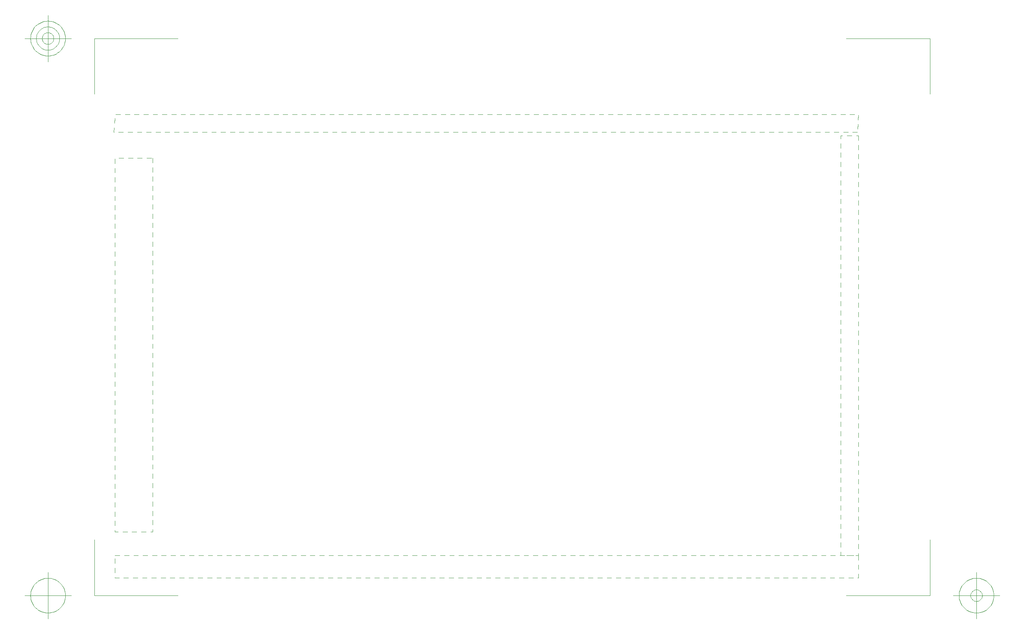
<source format=gbr>
G04 Generated by Ultiboard 10.0 *
%FSLAX25Y25*%
%MOIN*%

%ADD10C,0.00394*%


G04 ColorRGB CC99CC for the following layer *
%LNBelegbare/freizuhaltende Lage*%
%LPD*%
%FSLAX25Y25*%
%MOIN*%
G54D10*
X0Y19000D02*
X3937Y19000D01*
X7874Y19000D02*
X11811Y19000D01*
X15748Y19000D02*
X19685Y19000D01*
X23622Y19000D02*
X27559Y19000D01*
X31496Y19000D02*
X35433Y19000D01*
X39370Y19000D02*
X43307Y19000D01*
X47244Y19000D02*
X51181Y19000D01*
X55118Y19000D02*
X59055Y19000D01*
X62992Y19000D02*
X66929Y19000D01*
X70866Y19000D02*
X74803Y19000D01*
X78740Y19000D02*
X82677Y19000D01*
X86614Y19000D02*
X90551Y19000D01*
X94488Y19000D02*
X98425Y19000D01*
X102362Y19000D02*
X106299Y19000D01*
X110236Y19000D02*
X114173Y19000D01*
X118110Y19000D02*
X122047Y19000D01*
X125984Y19000D02*
X129921Y19000D01*
X133858Y19000D02*
X137795Y19000D01*
X141732Y19000D02*
X145669Y19000D01*
X149606Y19000D02*
X153543Y19000D01*
X157480Y19000D02*
X161417Y19000D01*
X165354Y19000D02*
X169291Y19000D01*
X173228Y19000D02*
X177165Y19000D01*
X181102Y19000D02*
X185039Y19000D01*
X188976Y19000D02*
X192913Y19000D01*
X196850Y19000D02*
X200787Y19000D01*
X204724Y19000D02*
X208661Y19000D01*
X212598Y19000D02*
X216535Y19000D01*
X220472Y19000D02*
X224409Y19000D01*
X228346Y19000D02*
X232283Y19000D01*
X236220Y19000D02*
X240157Y19000D01*
X244094Y19000D02*
X248031Y19000D01*
X251969Y19000D02*
X255906Y19000D01*
X259843Y19000D02*
X263780Y19000D01*
X267717Y19000D02*
X271654Y19000D01*
X275591Y19000D02*
X279528Y19000D01*
X283465Y19000D02*
X287402Y19000D01*
X291339Y19000D02*
X295276Y19000D01*
X299213Y19000D02*
X303150Y19000D01*
X307087Y19000D02*
X311024Y19000D01*
X314961Y19000D02*
X318898Y19000D01*
X322835Y19000D02*
X326772Y19000D01*
X330709Y19000D02*
X334646Y19000D01*
X338583Y19000D02*
X342520Y19000D01*
X346457Y19000D02*
X350394Y19000D01*
X354331Y19000D02*
X358268Y19000D01*
X362205Y19000D02*
X366142Y19000D01*
X370079Y19000D02*
X374016Y19000D01*
X377953Y19000D02*
X381890Y19000D01*
X385827Y19000D02*
X389764Y19000D01*
X393701Y19000D02*
X397638Y19000D01*
X401575Y19000D02*
X405512Y19000D01*
X409449Y19000D02*
X413386Y19000D01*
X417323Y19000D02*
X421260Y19000D01*
X425197Y19000D02*
X429134Y19000D01*
X433071Y19000D02*
X437008Y19000D01*
X440945Y19000D02*
X444882Y19000D01*
X448819Y19000D02*
X452756Y19000D01*
X456693Y19000D02*
X460630Y19000D01*
X464567Y19000D02*
X468504Y19000D01*
X472441Y19000D02*
X476378Y19000D01*
X480315Y19000D02*
X484252Y19000D01*
X488189Y19000D02*
X492126Y19000D01*
X496063Y19000D02*
X500000Y19000D01*
X503937Y19000D02*
X507874Y19000D01*
X511811Y19000D02*
X515748Y19000D01*
X519685Y19000D02*
X523622Y19000D01*
X527559Y19000D02*
X531496Y19000D01*
X535433Y19000D02*
X539370Y19000D01*
X543307Y19000D02*
X547244Y19000D01*
X551181Y19000D02*
X555118Y19000D01*
X559055Y19000D02*
X562992Y19000D01*
X566929Y19000D02*
X570866Y19000D01*
X574803Y19000D02*
X578740Y19000D01*
X582677Y19000D02*
X586614Y19000D01*
X590551Y19000D02*
X594488Y19000D01*
X598425Y19000D02*
X602362Y19000D01*
X606299Y19000D02*
X610236Y19000D01*
X614173Y19000D02*
X618110Y19000D01*
X622047Y19000D02*
X625984Y19000D01*
X629921Y19000D02*
X630000Y19000D01*
X630000Y19000D02*
X630000Y15142D01*
X630000Y11205D02*
X630000Y7268D01*
X630000Y3331D02*
X630000Y0D01*
X630000Y0D02*
X629394Y0D01*
X625457Y0D02*
X621520Y0D01*
X617583Y0D02*
X613646Y0D01*
X609709Y0D02*
X605772Y0D01*
X601835Y0D02*
X597898Y0D01*
X593961Y0D02*
X590024Y0D01*
X586087Y0D02*
X582150Y0D01*
X578213Y0D02*
X574276Y0D01*
X570339Y0D02*
X566402Y0D01*
X562465Y0D02*
X558528Y0D01*
X554591Y0D02*
X550654Y0D01*
X546717Y0D02*
X542780Y0D01*
X538843Y0D02*
X534906Y0D01*
X530969Y0D02*
X527031Y0D01*
X523094Y0D02*
X519157Y0D01*
X515220Y0D02*
X511283Y0D01*
X507346Y0D02*
X503409Y0D01*
X499472Y0D02*
X495535Y0D01*
X491598Y0D02*
X487661Y0D01*
X483724Y0D02*
X479787Y0D01*
X475850Y0D02*
X471913Y0D01*
X467976Y0D02*
X464039Y0D01*
X460102Y0D02*
X456165Y0D01*
X452228Y0D02*
X448291Y0D01*
X444354Y0D02*
X440417Y0D01*
X436480Y0D02*
X432543Y0D01*
X428606Y0D02*
X424669Y0D01*
X420732Y0D02*
X416795Y0D01*
X412858Y0D02*
X408921Y0D01*
X404984Y0D02*
X401047Y0D01*
X397110Y0D02*
X393173Y0D01*
X389236Y0D02*
X385299Y0D01*
X381362Y0D02*
X377425Y0D01*
X373488Y0D02*
X369551Y0D01*
X365614Y0D02*
X361677Y0D01*
X357740Y0D02*
X353803Y0D01*
X349866Y0D02*
X345929Y0D01*
X341992Y0D02*
X338055Y0D01*
X334118Y0D02*
X330181Y0D01*
X326244Y0D02*
X322307Y0D01*
X318370Y0D02*
X314433Y0D01*
X310496Y0D02*
X306559Y0D01*
X302622Y0D02*
X298685Y0D01*
X294748Y0D02*
X290811Y0D01*
X286874Y0D02*
X282937Y0D01*
X279000Y0D02*
X275063Y0D01*
X271126Y0D02*
X267189Y0D01*
X263252Y0D02*
X259315Y0D01*
X255378Y0D02*
X251441Y0D01*
X247504Y0D02*
X243567Y0D01*
X239630Y0D02*
X235693Y0D01*
X231756Y0D02*
X227819Y0D01*
X223882Y0D02*
X219945Y0D01*
X216008Y0D02*
X212071Y0D01*
X208134Y0D02*
X204197Y0D01*
X200260Y0D02*
X196323Y0D01*
X192386Y0D02*
X188449Y0D01*
X184512Y0D02*
X180575Y0D01*
X176638Y0D02*
X172701Y0D01*
X168764Y0D02*
X164827Y0D01*
X160890Y0D02*
X156953Y0D01*
X153016Y0D02*
X149079Y0D01*
X145142Y0D02*
X141205Y0D01*
X137268Y0D02*
X133331Y0D01*
X129394Y0D02*
X125457Y0D01*
X121520Y0D02*
X117583Y0D01*
X113646Y0D02*
X109709Y0D01*
X105772Y0D02*
X101835Y0D01*
X97898Y0D02*
X93961Y0D01*
X90024Y0D02*
X86087Y0D01*
X82150Y0D02*
X78213Y0D01*
X74276Y0D02*
X70339Y0D01*
X66402Y0D02*
X62465Y0D01*
X58528Y0D02*
X54591Y0D01*
X50654Y0D02*
X46717Y0D01*
X42780Y0D02*
X38843Y0D01*
X34906Y0D02*
X30969Y0D01*
X27031Y0D02*
X23094Y0D01*
X19157Y0D02*
X15220Y0D01*
X11283Y0D02*
X7346Y0D01*
X3409Y0D02*
X1000Y0D01*
X1000Y0D02*
X0Y0D01*
X0Y0D02*
X0Y528D01*
X0Y4465D02*
X0Y8402D01*
X0Y12339D02*
X0Y16276D01*
X629000Y378000D02*
X625063Y378000D01*
X621126Y378000D02*
X617189Y378000D01*
X613252Y378000D02*
X609315Y378000D01*
X605378Y378000D02*
X601441Y378000D01*
X597504Y378000D02*
X593567Y378000D01*
X589630Y378000D02*
X585693Y378000D01*
X581756Y378000D02*
X577819Y378000D01*
X573882Y378000D02*
X569945Y378000D01*
X566008Y378000D02*
X562071Y378000D01*
X558134Y378000D02*
X554197Y378000D01*
X550260Y378000D02*
X546323Y378000D01*
X542386Y378000D02*
X538449Y378000D01*
X534512Y378000D02*
X530575Y378000D01*
X526638Y378000D02*
X522701Y378000D01*
X518764Y378000D02*
X514827Y378000D01*
X510890Y378000D02*
X506953Y378000D01*
X503016Y378000D02*
X499079Y378000D01*
X495142Y378000D02*
X491205Y378000D01*
X487268Y378000D02*
X483331Y378000D01*
X479394Y378000D02*
X475457Y378000D01*
X471520Y378000D02*
X467583Y378000D01*
X463646Y378000D02*
X459709Y378000D01*
X455772Y378000D02*
X451835Y378000D01*
X447898Y378000D02*
X443961Y378000D01*
X440024Y378000D02*
X436087Y378000D01*
X432150Y378000D02*
X428213Y378000D01*
X424276Y378000D02*
X420339Y378000D01*
X416402Y378000D02*
X412465Y378000D01*
X408528Y378000D02*
X404591Y378000D01*
X400654Y378000D02*
X396717Y378000D01*
X392780Y378000D02*
X388843Y378000D01*
X384906Y378000D02*
X380969Y378000D01*
X377031Y378000D02*
X373094Y378000D01*
X369157Y378000D02*
X365220Y378000D01*
X361283Y378000D02*
X357346Y378000D01*
X353409Y378000D02*
X349472Y378000D01*
X345535Y378000D02*
X341598Y378000D01*
X337661Y378000D02*
X333724Y378000D01*
X329787Y378000D02*
X325850Y378000D01*
X321913Y378000D02*
X317976Y378000D01*
X314039Y378000D02*
X310102Y378000D01*
X306165Y378000D02*
X302228Y378000D01*
X298291Y378000D02*
X294354Y378000D01*
X290417Y378000D02*
X286480Y378000D01*
X282543Y378000D02*
X278606Y378000D01*
X274669Y378000D02*
X270732Y378000D01*
X266795Y378000D02*
X262858Y378000D01*
X258921Y378000D02*
X254984Y378000D01*
X251047Y378000D02*
X247110Y378000D01*
X243173Y378000D02*
X239236Y378000D01*
X235299Y378000D02*
X231362Y378000D01*
X227425Y378000D02*
X223488Y378000D01*
X219551Y378000D02*
X215614Y378000D01*
X211677Y378000D02*
X207740Y378000D01*
X203803Y378000D02*
X199866Y378000D01*
X195929Y378000D02*
X191992Y378000D01*
X188055Y378000D02*
X184118Y378000D01*
X180181Y378000D02*
X176244Y378000D01*
X172307Y378000D02*
X168370Y378000D01*
X164433Y378000D02*
X160496Y378000D01*
X156559Y378000D02*
X152622Y378000D01*
X148685Y378000D02*
X144748Y378000D01*
X140811Y378000D02*
X136874Y378000D01*
X132937Y378000D02*
X129000Y378000D01*
X125063Y378000D02*
X121126Y378000D01*
X117189Y378000D02*
X113252Y378000D01*
X109315Y378000D02*
X105378Y378000D01*
X101441Y378000D02*
X97504Y378000D01*
X93567Y378000D02*
X89630Y378000D01*
X85693Y378000D02*
X81756Y378000D01*
X77819Y378000D02*
X73882Y378000D01*
X69945Y378000D02*
X66008Y378000D01*
X62071Y378000D02*
X58134Y378000D01*
X54197Y378000D02*
X50260Y378000D01*
X46323Y378000D02*
X42386Y378000D01*
X38449Y378000D02*
X34512Y378000D01*
X30575Y378000D02*
X26638Y378000D01*
X22701Y378000D02*
X18764Y378000D01*
X14827Y378000D02*
X10890Y378000D01*
X6953Y378000D02*
X3016Y378000D01*
X-921Y378000D02*
X-1000Y378000D01*
X-1000Y378000D02*
X-743Y381850D01*
X-481Y385778D02*
X-220Y389706D01*
X636Y393000D02*
X4573Y393000D01*
X8510Y393000D02*
X12447Y393000D01*
X16384Y393000D02*
X20321Y393000D01*
X24258Y393000D02*
X28195Y393000D01*
X32132Y393000D02*
X36069Y393000D01*
X40006Y393000D02*
X43943Y393000D01*
X47880Y393000D02*
X51817Y393000D01*
X55754Y393000D02*
X59691Y393000D01*
X63628Y393000D02*
X67565Y393000D01*
X71502Y393000D02*
X75439Y393000D01*
X79376Y393000D02*
X83313Y393000D01*
X87250Y393000D02*
X91187Y393000D01*
X95124Y393000D02*
X99061Y393000D01*
X102998Y393000D02*
X106935Y393000D01*
X110872Y393000D02*
X114809Y393000D01*
X118746Y393000D02*
X122683Y393000D01*
X126620Y393000D02*
X130557Y393000D01*
X134494Y393000D02*
X138431Y393000D01*
X142368Y393000D02*
X146305Y393000D01*
X150242Y393000D02*
X154179Y393000D01*
X158116Y393000D02*
X162053Y393000D01*
X165990Y393000D02*
X169927Y393000D01*
X173864Y393000D02*
X177801Y393000D01*
X181738Y393000D02*
X185675Y393000D01*
X189612Y393000D02*
X193549Y393000D01*
X197486Y393000D02*
X201423Y393000D01*
X205360Y393000D02*
X209297Y393000D01*
X213234Y393000D02*
X217171Y393000D01*
X221108Y393000D02*
X225045Y393000D01*
X228982Y393000D02*
X232919Y393000D01*
X236856Y393000D02*
X240793Y393000D01*
X244730Y393000D02*
X248667Y393000D01*
X252604Y393000D02*
X256542Y393000D01*
X260479Y393000D02*
X264416Y393000D01*
X268353Y393000D02*
X272290Y393000D01*
X276227Y393000D02*
X280164Y393000D01*
X284101Y393000D02*
X288038Y393000D01*
X291975Y393000D02*
X295912Y393000D01*
X299849Y393000D02*
X303786Y393000D01*
X307723Y393000D02*
X311660Y393000D01*
X315597Y393000D02*
X319534Y393000D01*
X323471Y393000D02*
X327408Y393000D01*
X331345Y393000D02*
X335282Y393000D01*
X339219Y393000D02*
X343156Y393000D01*
X347093Y393000D02*
X351030Y393000D01*
X354967Y393000D02*
X358904Y393000D01*
X362841Y393000D02*
X366778Y393000D01*
X370715Y393000D02*
X374652Y393000D01*
X378589Y393000D02*
X382526Y393000D01*
X386463Y393000D02*
X390400Y393000D01*
X394337Y393000D02*
X398274Y393000D01*
X402211Y393000D02*
X406148Y393000D01*
X410085Y393000D02*
X414022Y393000D01*
X417959Y393000D02*
X421896Y393000D01*
X425833Y393000D02*
X429770Y393000D01*
X433707Y393000D02*
X437644Y393000D01*
X441581Y393000D02*
X445518Y393000D01*
X449455Y393000D02*
X453392Y393000D01*
X457329Y393000D02*
X461266Y393000D01*
X465203Y393000D02*
X469140Y393000D01*
X473077Y393000D02*
X477014Y393000D01*
X480951Y393000D02*
X484888Y393000D01*
X488825Y393000D02*
X492762Y393000D01*
X496699Y393000D02*
X500636Y393000D01*
X504573Y393000D02*
X508510Y393000D01*
X512447Y393000D02*
X516384Y393000D01*
X520321Y393000D02*
X524258Y393000D01*
X528195Y393000D02*
X532132Y393000D01*
X536069Y393000D02*
X540006Y393000D01*
X543943Y393000D02*
X547880Y393000D01*
X551817Y393000D02*
X555754Y393000D01*
X559691Y393000D02*
X563628Y393000D01*
X567565Y393000D02*
X571502Y393000D01*
X575439Y393000D02*
X579376Y393000D01*
X583313Y393000D02*
X587250Y393000D01*
X591187Y393000D02*
X595124Y393000D01*
X599061Y393000D02*
X602998Y393000D01*
X606935Y393000D02*
X610872Y393000D01*
X614809Y393000D02*
X618746Y393000D01*
X622683Y393000D02*
X626620Y393000D01*
X629963Y392444D02*
X629701Y388516D01*
X629439Y384587D02*
X629177Y380659D01*
X32000Y356000D02*
X32000Y352063D01*
X32000Y348126D02*
X32000Y344189D01*
X32000Y340252D02*
X32000Y336315D01*
X32000Y332378D02*
X32000Y328441D01*
X32000Y324504D02*
X32000Y320567D01*
X32000Y316630D02*
X32000Y312693D01*
X32000Y308756D02*
X32000Y304819D01*
X32000Y300882D02*
X32000Y296945D01*
X32000Y293008D02*
X32000Y289071D01*
X32000Y285134D02*
X32000Y281197D01*
X32000Y277260D02*
X32000Y273323D01*
X32000Y269386D02*
X32000Y265449D01*
X32000Y261512D02*
X32000Y257575D01*
X32000Y253638D02*
X32000Y249701D01*
X32000Y245764D02*
X32000Y241827D01*
X32000Y237890D02*
X32000Y233953D01*
X32000Y230016D02*
X32000Y226079D01*
X32000Y222142D02*
X32000Y218205D01*
X32000Y214268D02*
X32000Y210331D01*
X32000Y206394D02*
X32000Y202457D01*
X32000Y198520D02*
X32000Y194583D01*
X32000Y190646D02*
X32000Y186709D01*
X32000Y182772D02*
X32000Y178835D01*
X32000Y174898D02*
X32000Y170961D01*
X32000Y167024D02*
X32000Y163087D01*
X32000Y159150D02*
X32000Y155213D01*
X32000Y151276D02*
X32000Y147339D01*
X32000Y143402D02*
X32000Y139465D01*
X32000Y135528D02*
X32000Y131591D01*
X32000Y127654D02*
X32000Y123717D01*
X32000Y119780D02*
X32000Y115843D01*
X32000Y111906D02*
X32000Y107969D01*
X32000Y104031D02*
X32000Y100094D01*
X32000Y96157D02*
X32000Y92220D01*
X32000Y88283D02*
X32000Y84346D01*
X32000Y80409D02*
X32000Y76472D01*
X32000Y72535D02*
X32000Y68598D01*
X32000Y64661D02*
X32000Y60724D01*
X32000Y56787D02*
X32000Y52850D01*
X32000Y48913D02*
X32000Y44976D01*
X32000Y41039D02*
X32000Y39000D01*
X32000Y39000D02*
X30102Y39000D01*
X26165Y39000D02*
X22228Y39000D01*
X18291Y39000D02*
X14354Y39000D01*
X10417Y39000D02*
X6480Y39000D01*
X2543Y39000D02*
X0Y39000D01*
X0Y39000D02*
X0Y40394D01*
X0Y44331D02*
X0Y48268D01*
X0Y52205D02*
X0Y56142D01*
X0Y60079D02*
X0Y64016D01*
X0Y67953D02*
X0Y71890D01*
X0Y75827D02*
X0Y79764D01*
X0Y83701D02*
X0Y87638D01*
X0Y91575D02*
X0Y95512D01*
X0Y99449D02*
X0Y103386D01*
X0Y107323D02*
X0Y111260D01*
X0Y115197D02*
X0Y119134D01*
X0Y123071D02*
X0Y127008D01*
X0Y130945D02*
X0Y134882D01*
X0Y138819D02*
X0Y142756D01*
X0Y146693D02*
X0Y150630D01*
X0Y154567D02*
X0Y158504D01*
X0Y162441D02*
X0Y166378D01*
X0Y170315D02*
X0Y174252D01*
X0Y178189D02*
X0Y182126D01*
X0Y186063D02*
X0Y190000D01*
X0Y193937D02*
X0Y197874D01*
X0Y201811D02*
X0Y205748D01*
X0Y209685D02*
X0Y213622D01*
X0Y217559D02*
X0Y221496D01*
X0Y225433D02*
X0Y229370D01*
X0Y233307D02*
X0Y237244D01*
X0Y241181D02*
X0Y245118D01*
X0Y249055D02*
X0Y252992D01*
X0Y256929D02*
X0Y260866D01*
X0Y264803D02*
X0Y268740D01*
X0Y272677D02*
X0Y276614D01*
X0Y280551D02*
X0Y284488D01*
X0Y288425D02*
X0Y292362D01*
X0Y296299D02*
X0Y300236D01*
X0Y304173D02*
X0Y308110D01*
X0Y312047D02*
X0Y315984D01*
X0Y319921D02*
X0Y323858D01*
X0Y327795D02*
X0Y331732D01*
X0Y335669D02*
X0Y339606D01*
X0Y343543D02*
X0Y347480D01*
X0Y351417D02*
X0Y355354D01*
X3291Y356000D02*
X7228Y356000D01*
X11165Y356000D02*
X15102Y356000D01*
X19039Y356000D02*
X22976Y356000D01*
X26913Y356000D02*
X30850Y356000D01*
X630000Y375000D02*
X630000Y371063D01*
X630000Y367126D02*
X630000Y363189D01*
X630000Y359252D02*
X630000Y355315D01*
X630000Y351378D02*
X630000Y347441D01*
X630000Y343504D02*
X630000Y339567D01*
X630000Y335630D02*
X630000Y331693D01*
X630000Y327756D02*
X630000Y323819D01*
X630000Y319882D02*
X630000Y315945D01*
X630000Y312008D02*
X630000Y308071D01*
X630000Y304134D02*
X630000Y300197D01*
X630000Y296260D02*
X630000Y292323D01*
X630000Y288386D02*
X630000Y284449D01*
X630000Y280512D02*
X630000Y276575D01*
X630000Y272638D02*
X630000Y268701D01*
X630000Y264764D02*
X630000Y260827D01*
X630000Y256890D02*
X630000Y252953D01*
X630000Y249016D02*
X630000Y245079D01*
X630000Y241142D02*
X630000Y237205D01*
X630000Y233268D02*
X630000Y229331D01*
X630000Y225394D02*
X630000Y221457D01*
X630000Y217520D02*
X630000Y213583D01*
X630000Y209646D02*
X630000Y205709D01*
X630000Y201772D02*
X630000Y197835D01*
X630000Y193898D02*
X630000Y189961D01*
X630000Y186024D02*
X630000Y182087D01*
X630000Y178150D02*
X630000Y174213D01*
X630000Y170276D02*
X630000Y166339D01*
X630000Y162402D02*
X630000Y158465D01*
X630000Y154528D02*
X630000Y150591D01*
X630000Y146654D02*
X630000Y142717D01*
X630000Y138780D02*
X630000Y134843D01*
X630000Y130906D02*
X630000Y126969D01*
X630000Y123031D02*
X630000Y119094D01*
X630000Y115157D02*
X630000Y111220D01*
X630000Y107283D02*
X630000Y103346D01*
X630000Y99409D02*
X630000Y95472D01*
X630000Y91535D02*
X630000Y87598D01*
X630000Y83661D02*
X630000Y79724D01*
X630000Y75787D02*
X630000Y71850D01*
X630000Y67913D02*
X630000Y63976D01*
X630000Y60039D02*
X630000Y56102D01*
X630000Y52165D02*
X630000Y48228D01*
X630000Y44291D02*
X630000Y40354D01*
X630000Y36417D02*
X630000Y32480D01*
X630000Y28543D02*
X630000Y24606D01*
X630000Y20669D02*
X630000Y19000D01*
X630000Y19000D02*
X627732Y19000D01*
X623795Y19000D02*
X619858Y19000D01*
X615921Y19000D02*
X615000Y19000D01*
X615000Y19000D02*
X615000Y22016D01*
X615000Y25953D02*
X615000Y29890D01*
X615000Y33827D02*
X615000Y37764D01*
X615000Y41701D02*
X615000Y45638D01*
X615000Y49575D02*
X615000Y53512D01*
X615000Y57449D02*
X615000Y61386D01*
X615000Y65323D02*
X615000Y69260D01*
X615000Y73197D02*
X615000Y77134D01*
X615000Y81071D02*
X615000Y85008D01*
X615000Y88945D02*
X615000Y92882D01*
X615000Y96819D02*
X615000Y100756D01*
X615000Y104693D02*
X615000Y108630D01*
X615000Y112567D02*
X615000Y116504D01*
X615000Y120441D02*
X615000Y124378D01*
X615000Y128315D02*
X615000Y132252D01*
X615000Y136189D02*
X615000Y140126D01*
X615000Y144063D02*
X615000Y148000D01*
X615000Y151937D02*
X615000Y155874D01*
X615000Y159811D02*
X615000Y163748D01*
X615000Y167685D02*
X615000Y171622D01*
X615000Y175559D02*
X615000Y179496D01*
X615000Y183433D02*
X615000Y187370D01*
X615000Y191307D02*
X615000Y195244D01*
X615000Y199181D02*
X615000Y203118D01*
X615000Y207055D02*
X615000Y210992D01*
X615000Y214929D02*
X615000Y218866D01*
X615000Y222803D02*
X615000Y226740D01*
X615000Y230677D02*
X615000Y234614D01*
X615000Y238551D02*
X615000Y242488D01*
X615000Y246425D02*
X615000Y250362D01*
X615000Y254299D02*
X615000Y258236D01*
X615000Y262173D02*
X615000Y266110D01*
X615000Y270047D02*
X615000Y273984D01*
X615000Y277921D02*
X615000Y281858D01*
X615000Y285795D02*
X615000Y289732D01*
X615000Y293669D02*
X615000Y297606D01*
X615000Y301543D02*
X615000Y305480D01*
X615000Y309417D02*
X615000Y313354D01*
X615000Y317291D02*
X615000Y321228D01*
X615000Y325165D02*
X615000Y329102D01*
X615000Y333039D02*
X615000Y336976D01*
X615000Y340913D02*
X615000Y344850D01*
X615000Y348787D02*
X615000Y352724D01*
X615000Y356661D02*
X615000Y360598D01*
X615000Y364535D02*
X615000Y368472D01*
X615000Y372409D02*
X615000Y375000D01*
X615000Y375000D02*
X616346Y375000D01*
X620283Y375000D02*
X624220Y375000D01*
X628157Y375000D02*
X630000Y375000D01*
X-17512Y-14937D02*
X-17512Y32308D01*
X-17512Y-14937D02*
X53291Y-14937D01*
X690512Y-14937D02*
X619709Y-14937D01*
X690512Y-14937D02*
X690512Y32308D01*
X690512Y457512D02*
X690512Y410267D01*
X690512Y457512D02*
X619709Y457512D01*
X-17512Y457512D02*
X53291Y457512D01*
X-17512Y457512D02*
X-17512Y410267D01*
X-37197Y-14937D02*
X-76567Y-14937D01*
X-56882Y-34622D02*
X-56882Y4748D01*
X-42118Y-14937D02*
X-42189Y-13490D01*
X-42189Y-13490D02*
X-42402Y-12057D01*
X-42402Y-12057D02*
X-42754Y-10651D01*
X-42754Y-10651D02*
X-43242Y-9287D01*
X-43242Y-9287D02*
X-43861Y-7977D01*
X-43861Y-7977D02*
X-44606Y-6735D01*
X-44606Y-6735D02*
X-45469Y-5571D01*
X-45469Y-5571D02*
X-46442Y-4497D01*
X-46442Y-4497D02*
X-47516Y-3524D01*
X-47516Y-3524D02*
X-48680Y-2661D01*
X-48680Y-2661D02*
X-49922Y-1917D01*
X-49922Y-1917D02*
X-51232Y-1297D01*
X-51232Y-1297D02*
X-52596Y-809D01*
X-52596Y-809D02*
X-54002Y-457D01*
X-54002Y-457D02*
X-55435Y-244D01*
X-55435Y-244D02*
X-56882Y-173D01*
X-56882Y-173D02*
X-58329Y-244D01*
X-58329Y-244D02*
X-59762Y-457D01*
X-59762Y-457D02*
X-61168Y-809D01*
X-61168Y-809D02*
X-62532Y-1297D01*
X-62532Y-1297D02*
X-63841Y-1917D01*
X-63841Y-1917D02*
X-65084Y-2661D01*
X-65084Y-2661D02*
X-66248Y-3524D01*
X-66248Y-3524D02*
X-67321Y-4497D01*
X-67321Y-4497D02*
X-68294Y-5571D01*
X-68294Y-5571D02*
X-69158Y-6735D01*
X-69158Y-6735D02*
X-69902Y-7977D01*
X-69902Y-7977D02*
X-70522Y-9287D01*
X-70522Y-9287D02*
X-71010Y-10651D01*
X-71010Y-10651D02*
X-71362Y-12057D01*
X-71362Y-12057D02*
X-71575Y-13490D01*
X-71575Y-13490D02*
X-71646Y-14937D01*
X-71646Y-14937D02*
X-71575Y-16384D01*
X-71575Y-16384D02*
X-71362Y-17817D01*
X-71362Y-17817D02*
X-71010Y-19223D01*
X-71010Y-19223D02*
X-70522Y-20587D01*
X-70522Y-20587D02*
X-69902Y-21897D01*
X-69902Y-21897D02*
X-69158Y-23139D01*
X-69158Y-23139D02*
X-68294Y-24303D01*
X-68294Y-24303D02*
X-67321Y-25377D01*
X-67321Y-25377D02*
X-66248Y-26350D01*
X-66248Y-26350D02*
X-65084Y-27213D01*
X-65084Y-27213D02*
X-63841Y-27957D01*
X-63841Y-27957D02*
X-62532Y-28577D01*
X-62532Y-28577D02*
X-61168Y-29065D01*
X-61168Y-29065D02*
X-59762Y-29417D01*
X-59762Y-29417D02*
X-58329Y-29630D01*
X-58329Y-29630D02*
X-56882Y-29701D01*
X-56882Y-29701D02*
X-55435Y-29630D01*
X-55435Y-29630D02*
X-54002Y-29417D01*
X-54002Y-29417D02*
X-52596Y-29065D01*
X-52596Y-29065D02*
X-51232Y-28577D01*
X-51232Y-28577D02*
X-49922Y-27957D01*
X-49922Y-27957D02*
X-48680Y-27213D01*
X-48680Y-27213D02*
X-47516Y-26350D01*
X-47516Y-26350D02*
X-46442Y-25377D01*
X-46442Y-25377D02*
X-45469Y-24303D01*
X-45469Y-24303D02*
X-44606Y-23139D01*
X-44606Y-23139D02*
X-43861Y-21897D01*
X-43861Y-21897D02*
X-43242Y-20587D01*
X-43242Y-20587D02*
X-42754Y-19223D01*
X-42754Y-19223D02*
X-42402Y-17817D01*
X-42402Y-17817D02*
X-42189Y-16384D01*
X-42189Y-16384D02*
X-42118Y-14937D01*
X710197Y-14937D02*
X749567Y-14937D01*
X729882Y-34622D02*
X729882Y4748D01*
X744646Y-14937D02*
X744575Y-13490D01*
X744575Y-13490D02*
X744362Y-12057D01*
X744362Y-12057D02*
X744010Y-10651D01*
X744010Y-10651D02*
X743522Y-9287D01*
X743522Y-9287D02*
X742902Y-7977D01*
X742902Y-7977D02*
X742158Y-6735D01*
X742158Y-6735D02*
X741294Y-5571D01*
X741294Y-5571D02*
X740321Y-4497D01*
X740321Y-4497D02*
X739248Y-3524D01*
X739248Y-3524D02*
X738084Y-2661D01*
X738084Y-2661D02*
X736841Y-1917D01*
X736841Y-1917D02*
X735532Y-1297D01*
X735532Y-1297D02*
X734168Y-809D01*
X734168Y-809D02*
X732762Y-457D01*
X732762Y-457D02*
X731329Y-244D01*
X731329Y-244D02*
X729882Y-173D01*
X729882Y-173D02*
X728435Y-244D01*
X728435Y-244D02*
X727002Y-457D01*
X727002Y-457D02*
X725596Y-809D01*
X725596Y-809D02*
X724232Y-1297D01*
X724232Y-1297D02*
X722922Y-1917D01*
X722922Y-1917D02*
X721680Y-2661D01*
X721680Y-2661D02*
X720516Y-3524D01*
X720516Y-3524D02*
X719442Y-4497D01*
X719442Y-4497D02*
X718469Y-5571D01*
X718469Y-5571D02*
X717606Y-6735D01*
X717606Y-6735D02*
X716861Y-7977D01*
X716861Y-7977D02*
X716242Y-9287D01*
X716242Y-9287D02*
X715754Y-10651D01*
X715754Y-10651D02*
X715402Y-12057D01*
X715402Y-12057D02*
X715189Y-13490D01*
X715189Y-13490D02*
X715118Y-14937D01*
X715118Y-14937D02*
X715189Y-16384D01*
X715189Y-16384D02*
X715402Y-17817D01*
X715402Y-17817D02*
X715754Y-19223D01*
X715754Y-19223D02*
X716242Y-20587D01*
X716242Y-20587D02*
X716861Y-21897D01*
X716861Y-21897D02*
X717606Y-23139D01*
X717606Y-23139D02*
X718469Y-24303D01*
X718469Y-24303D02*
X719442Y-25377D01*
X719442Y-25377D02*
X720516Y-26350D01*
X720516Y-26350D02*
X721680Y-27213D01*
X721680Y-27213D02*
X722922Y-27957D01*
X722922Y-27957D02*
X724232Y-28577D01*
X724232Y-28577D02*
X725596Y-29065D01*
X725596Y-29065D02*
X727002Y-29417D01*
X727002Y-29417D02*
X728435Y-29630D01*
X728435Y-29630D02*
X729882Y-29701D01*
X729882Y-29701D02*
X731329Y-29630D01*
X731329Y-29630D02*
X732762Y-29417D01*
X732762Y-29417D02*
X734168Y-29065D01*
X734168Y-29065D02*
X735532Y-28577D01*
X735532Y-28577D02*
X736841Y-27957D01*
X736841Y-27957D02*
X738084Y-27213D01*
X738084Y-27213D02*
X739248Y-26350D01*
X739248Y-26350D02*
X740321Y-25377D01*
X740321Y-25377D02*
X741294Y-24303D01*
X741294Y-24303D02*
X742158Y-23139D01*
X742158Y-23139D02*
X742902Y-21897D01*
X742902Y-21897D02*
X743522Y-20587D01*
X743522Y-20587D02*
X744010Y-19223D01*
X744010Y-19223D02*
X744362Y-17817D01*
X744362Y-17817D02*
X744575Y-16384D01*
X744575Y-16384D02*
X744646Y-14937D01*
X734803Y-14937D02*
X734779Y-14455D01*
X734779Y-14455D02*
X734709Y-13977D01*
X734709Y-13977D02*
X734591Y-13508D01*
X734591Y-13508D02*
X734429Y-13054D01*
X734429Y-13054D02*
X734222Y-12617D01*
X734222Y-12617D02*
X733974Y-12203D01*
X733974Y-12203D02*
X733686Y-11815D01*
X733686Y-11815D02*
X733362Y-11457D01*
X733362Y-11457D02*
X733004Y-11133D01*
X733004Y-11133D02*
X732616Y-10845D01*
X732616Y-10845D02*
X732202Y-10597D01*
X732202Y-10597D02*
X731765Y-10390D01*
X731765Y-10390D02*
X731310Y-10228D01*
X731310Y-10228D02*
X730842Y-10110D01*
X730842Y-10110D02*
X730364Y-10039D01*
X730364Y-10039D02*
X729882Y-10016D01*
X729882Y-10016D02*
X729400Y-10039D01*
X729400Y-10039D02*
X728922Y-10110D01*
X728922Y-10110D02*
X728453Y-10228D01*
X728453Y-10228D02*
X727999Y-10390D01*
X727999Y-10390D02*
X727562Y-10597D01*
X727562Y-10597D02*
X727148Y-10845D01*
X727148Y-10845D02*
X726760Y-11133D01*
X726760Y-11133D02*
X726402Y-11457D01*
X726402Y-11457D02*
X726078Y-11815D01*
X726078Y-11815D02*
X725790Y-12203D01*
X725790Y-12203D02*
X725542Y-12617D01*
X725542Y-12617D02*
X725335Y-13054D01*
X725335Y-13054D02*
X725173Y-13508D01*
X725173Y-13508D02*
X725055Y-13977D01*
X725055Y-13977D02*
X724984Y-14455D01*
X724984Y-14455D02*
X724961Y-14937D01*
X724961Y-14937D02*
X724984Y-15419D01*
X724984Y-15419D02*
X725055Y-15897D01*
X725055Y-15897D02*
X725173Y-16366D01*
X725173Y-16366D02*
X725335Y-16820D01*
X725335Y-16820D02*
X725542Y-17257D01*
X725542Y-17257D02*
X725790Y-17671D01*
X725790Y-17671D02*
X726078Y-18059D01*
X726078Y-18059D02*
X726402Y-18417D01*
X726402Y-18417D02*
X726760Y-18741D01*
X726760Y-18741D02*
X727148Y-19029D01*
X727148Y-19029D02*
X727562Y-19277D01*
X727562Y-19277D02*
X727999Y-19484D01*
X727999Y-19484D02*
X728453Y-19646D01*
X728453Y-19646D02*
X728922Y-19764D01*
X728922Y-19764D02*
X729400Y-19835D01*
X729400Y-19835D02*
X729882Y-19858D01*
X729882Y-19858D02*
X730364Y-19835D01*
X730364Y-19835D02*
X730842Y-19764D01*
X730842Y-19764D02*
X731310Y-19646D01*
X731310Y-19646D02*
X731765Y-19484D01*
X731765Y-19484D02*
X732202Y-19277D01*
X732202Y-19277D02*
X732616Y-19029D01*
X732616Y-19029D02*
X733004Y-18741D01*
X733004Y-18741D02*
X733362Y-18417D01*
X733362Y-18417D02*
X733686Y-18059D01*
X733686Y-18059D02*
X733974Y-17671D01*
X733974Y-17671D02*
X734222Y-17257D01*
X734222Y-17257D02*
X734429Y-16820D01*
X734429Y-16820D02*
X734591Y-16366D01*
X734591Y-16366D02*
X734709Y-15897D01*
X734709Y-15897D02*
X734779Y-15419D01*
X734779Y-15419D02*
X734803Y-14937D01*
X-37197Y457512D02*
X-76567Y457512D01*
X-56882Y437827D02*
X-56882Y477197D01*
X-42118Y457512D02*
X-42189Y458959D01*
X-42189Y458959D02*
X-42402Y460392D01*
X-42402Y460392D02*
X-42754Y461798D01*
X-42754Y461798D02*
X-43242Y463162D01*
X-43242Y463162D02*
X-43861Y464471D01*
X-43861Y464471D02*
X-44606Y465714D01*
X-44606Y465714D02*
X-45469Y466878D01*
X-45469Y466878D02*
X-46442Y467951D01*
X-46442Y467951D02*
X-47516Y468924D01*
X-47516Y468924D02*
X-48680Y469787D01*
X-48680Y469787D02*
X-49922Y470532D01*
X-49922Y470532D02*
X-51232Y471152D01*
X-51232Y471152D02*
X-52596Y471640D01*
X-52596Y471640D02*
X-54002Y471992D01*
X-54002Y471992D02*
X-55435Y472205D01*
X-55435Y472205D02*
X-56882Y472276D01*
X-56882Y472276D02*
X-58329Y472205D01*
X-58329Y472205D02*
X-59762Y471992D01*
X-59762Y471992D02*
X-61168Y471640D01*
X-61168Y471640D02*
X-62532Y471152D01*
X-62532Y471152D02*
X-63841Y470532D01*
X-63841Y470532D02*
X-65084Y469787D01*
X-65084Y469787D02*
X-66248Y468924D01*
X-66248Y468924D02*
X-67321Y467951D01*
X-67321Y467951D02*
X-68294Y466878D01*
X-68294Y466878D02*
X-69158Y465714D01*
X-69158Y465714D02*
X-69902Y464471D01*
X-69902Y464471D02*
X-70522Y463162D01*
X-70522Y463162D02*
X-71010Y461798D01*
X-71010Y461798D02*
X-71362Y460392D01*
X-71362Y460392D02*
X-71575Y458959D01*
X-71575Y458959D02*
X-71646Y457512D01*
X-71646Y457512D02*
X-71575Y456065D01*
X-71575Y456065D02*
X-71362Y454632D01*
X-71362Y454632D02*
X-71010Y453226D01*
X-71010Y453226D02*
X-70522Y451862D01*
X-70522Y451862D02*
X-69902Y450552D01*
X-69902Y450552D02*
X-69158Y449310D01*
X-69158Y449310D02*
X-68294Y448146D01*
X-68294Y448146D02*
X-67321Y447072D01*
X-67321Y447072D02*
X-66248Y446099D01*
X-66248Y446099D02*
X-65084Y445236D01*
X-65084Y445236D02*
X-63841Y444491D01*
X-63841Y444491D02*
X-62532Y443872D01*
X-62532Y443872D02*
X-61168Y443384D01*
X-61168Y443384D02*
X-59762Y443032D01*
X-59762Y443032D02*
X-58329Y442819D01*
X-58329Y442819D02*
X-56882Y442748D01*
X-56882Y442748D02*
X-55435Y442819D01*
X-55435Y442819D02*
X-54002Y443032D01*
X-54002Y443032D02*
X-52596Y443384D01*
X-52596Y443384D02*
X-51232Y443872D01*
X-51232Y443872D02*
X-49922Y444491D01*
X-49922Y444491D02*
X-48680Y445236D01*
X-48680Y445236D02*
X-47516Y446099D01*
X-47516Y446099D02*
X-46442Y447072D01*
X-46442Y447072D02*
X-45469Y448146D01*
X-45469Y448146D02*
X-44606Y449310D01*
X-44606Y449310D02*
X-43861Y450552D01*
X-43861Y450552D02*
X-43242Y451862D01*
X-43242Y451862D02*
X-42754Y453226D01*
X-42754Y453226D02*
X-42402Y454632D01*
X-42402Y454632D02*
X-42189Y456065D01*
X-42189Y456065D02*
X-42118Y457512D01*
X-47039Y457512D02*
X-47087Y458477D01*
X-47087Y458477D02*
X-47228Y459432D01*
X-47228Y459432D02*
X-47463Y460369D01*
X-47463Y460369D02*
X-47789Y461278D01*
X-47789Y461278D02*
X-48202Y462152D01*
X-48202Y462152D02*
X-48698Y462980D01*
X-48698Y462980D02*
X-49274Y463756D01*
X-49274Y463756D02*
X-49922Y464472D01*
X-49922Y464472D02*
X-50638Y465120D01*
X-50638Y465120D02*
X-51414Y465696D01*
X-51414Y465696D02*
X-52242Y466192D01*
X-52242Y466192D02*
X-53115Y466605D01*
X-53115Y466605D02*
X-54025Y466931D01*
X-54025Y466931D02*
X-54962Y467165D01*
X-54962Y467165D02*
X-55917Y467307D01*
X-55917Y467307D02*
X-56882Y467354D01*
X-56882Y467354D02*
X-57847Y467307D01*
X-57847Y467307D02*
X-58802Y467165D01*
X-58802Y467165D02*
X-59739Y466931D01*
X-59739Y466931D02*
X-60648Y466605D01*
X-60648Y466605D02*
X-61522Y466192D01*
X-61522Y466192D02*
X-62350Y465696D01*
X-62350Y465696D02*
X-63126Y465120D01*
X-63126Y465120D02*
X-63842Y464472D01*
X-63842Y464472D02*
X-64490Y463756D01*
X-64490Y463756D02*
X-65066Y462980D01*
X-65066Y462980D02*
X-65562Y462152D01*
X-65562Y462152D02*
X-65975Y461278D01*
X-65975Y461278D02*
X-66301Y460369D01*
X-66301Y460369D02*
X-66535Y459432D01*
X-66535Y459432D02*
X-66677Y458477D01*
X-66677Y458477D02*
X-66724Y457512D01*
X-66724Y457512D02*
X-66677Y456547D01*
X-66677Y456547D02*
X-66535Y455592D01*
X-66535Y455592D02*
X-66301Y454655D01*
X-66301Y454655D02*
X-65975Y453745D01*
X-65975Y453745D02*
X-65562Y452872D01*
X-65562Y452872D02*
X-65066Y452044D01*
X-65066Y452044D02*
X-64490Y451268D01*
X-64490Y451268D02*
X-63842Y450552D01*
X-63842Y450552D02*
X-63126Y449903D01*
X-63126Y449903D02*
X-62350Y449328D01*
X-62350Y449328D02*
X-61522Y448831D01*
X-61522Y448831D02*
X-60648Y448419D01*
X-60648Y448419D02*
X-59739Y448093D01*
X-59739Y448093D02*
X-58802Y447858D01*
X-58802Y447858D02*
X-57847Y447717D01*
X-57847Y447717D02*
X-56882Y447669D01*
X-56882Y447669D02*
X-55917Y447717D01*
X-55917Y447717D02*
X-54962Y447858D01*
X-54962Y447858D02*
X-54025Y448093D01*
X-54025Y448093D02*
X-53115Y448419D01*
X-53115Y448419D02*
X-52242Y448831D01*
X-52242Y448831D02*
X-51414Y449328D01*
X-51414Y449328D02*
X-50638Y449903D01*
X-50638Y449903D02*
X-49922Y450552D01*
X-49922Y450552D02*
X-49274Y451268D01*
X-49274Y451268D02*
X-48698Y452044D01*
X-48698Y452044D02*
X-48202Y452872D01*
X-48202Y452872D02*
X-47789Y453745D01*
X-47789Y453745D02*
X-47463Y454655D01*
X-47463Y454655D02*
X-47228Y455592D01*
X-47228Y455592D02*
X-47087Y456547D01*
X-47087Y456547D02*
X-47039Y457512D01*
X-51961Y457512D02*
X-51984Y457994D01*
X-51984Y457994D02*
X-52055Y458472D01*
X-52055Y458472D02*
X-52173Y458940D01*
X-52173Y458940D02*
X-52335Y459395D01*
X-52335Y459395D02*
X-52542Y459832D01*
X-52542Y459832D02*
X-52790Y460246D01*
X-52790Y460246D02*
X-53078Y460634D01*
X-53078Y460634D02*
X-53402Y460992D01*
X-53402Y460992D02*
X-53760Y461316D01*
X-53760Y461316D02*
X-54148Y461604D01*
X-54148Y461604D02*
X-54562Y461852D01*
X-54562Y461852D02*
X-54999Y462058D01*
X-54999Y462058D02*
X-55453Y462221D01*
X-55453Y462221D02*
X-55922Y462339D01*
X-55922Y462339D02*
X-56400Y462409D01*
X-56400Y462409D02*
X-56882Y462433D01*
X-56882Y462433D02*
X-57364Y462409D01*
X-57364Y462409D02*
X-57842Y462339D01*
X-57842Y462339D02*
X-58310Y462221D01*
X-58310Y462221D02*
X-58765Y462058D01*
X-58765Y462058D02*
X-59202Y461852D01*
X-59202Y461852D02*
X-59616Y461604D01*
X-59616Y461604D02*
X-60004Y461316D01*
X-60004Y461316D02*
X-60362Y460992D01*
X-60362Y460992D02*
X-60686Y460634D01*
X-60686Y460634D02*
X-60974Y460246D01*
X-60974Y460246D02*
X-61222Y459832D01*
X-61222Y459832D02*
X-61429Y459395D01*
X-61429Y459395D02*
X-61591Y458940D01*
X-61591Y458940D02*
X-61709Y458472D01*
X-61709Y458472D02*
X-61779Y457994D01*
X-61779Y457994D02*
X-61803Y457512D01*
X-61803Y457512D02*
X-61779Y457029D01*
X-61779Y457029D02*
X-61709Y456552D01*
X-61709Y456552D02*
X-61591Y456083D01*
X-61591Y456083D02*
X-61429Y455629D01*
X-61429Y455629D02*
X-61222Y455192D01*
X-61222Y455192D02*
X-60974Y454778D01*
X-60974Y454778D02*
X-60686Y454390D01*
X-60686Y454390D02*
X-60362Y454032D01*
X-60362Y454032D02*
X-60004Y453708D01*
X-60004Y453708D02*
X-59616Y453420D01*
X-59616Y453420D02*
X-59202Y453172D01*
X-59202Y453172D02*
X-58765Y452965D01*
X-58765Y452965D02*
X-58310Y452802D01*
X-58310Y452802D02*
X-57842Y452685D01*
X-57842Y452685D02*
X-57364Y452614D01*
X-57364Y452614D02*
X-56882Y452591D01*
X-56882Y452591D02*
X-56400Y452614D01*
X-56400Y452614D02*
X-55922Y452685D01*
X-55922Y452685D02*
X-55453Y452802D01*
X-55453Y452802D02*
X-54999Y452965D01*
X-54999Y452965D02*
X-54562Y453172D01*
X-54562Y453172D02*
X-54148Y453420D01*
X-54148Y453420D02*
X-53760Y453708D01*
X-53760Y453708D02*
X-53402Y454032D01*
X-53402Y454032D02*
X-53078Y454390D01*
X-53078Y454390D02*
X-52790Y454778D01*
X-52790Y454778D02*
X-52542Y455192D01*
X-52542Y455192D02*
X-52335Y455629D01*
X-52335Y455629D02*
X-52173Y456083D01*
X-52173Y456083D02*
X-52055Y456552D01*
X-52055Y456552D02*
X-51984Y457029D01*
X-51984Y457029D02*
X-51961Y457512D01*

M00*

</source>
